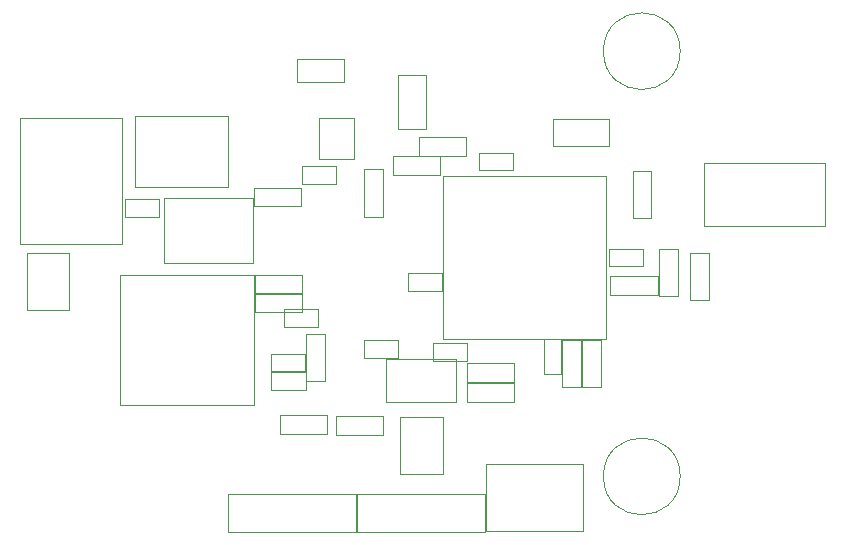
<source format=gbr>
G04 #@! TF.FileFunction,Other,User*
%FSLAX46Y46*%
G04 Gerber Fmt 4.6, Leading zero omitted, Abs format (unit mm)*
G04 Created by KiCad (PCBNEW 4.0.4-stable) date 02/07/17 14:21:35*
%MOMM*%
%LPD*%
G01*
G04 APERTURE LIST*
%ADD10C,0.100000*%
%ADD11C,0.050000*%
G04 APERTURE END LIST*
D10*
D11*
X136890000Y-76825000D02*
X123090000Y-76825000D01*
X136890000Y-90625000D02*
X123090000Y-90625000D01*
X136890000Y-76825000D02*
X136890000Y-90625000D01*
X123090000Y-76825000D02*
X123090000Y-90625000D01*
X97045000Y-77775000D02*
X104945000Y-77775000D01*
X104945000Y-77775000D02*
X104945000Y-71775000D01*
X104945000Y-71775000D02*
X97045000Y-71775000D01*
X97045000Y-71775000D02*
X97045000Y-77775000D01*
X99070000Y-80295000D02*
X96170000Y-80295000D01*
X99070000Y-78795000D02*
X96170000Y-78795000D01*
X99070000Y-80295000D02*
X99070000Y-78795000D01*
X96170000Y-80295000D02*
X96170000Y-78795000D01*
X111145000Y-76005000D02*
X114045000Y-76005000D01*
X111145000Y-77505000D02*
X114045000Y-77505000D01*
X111145000Y-76005000D02*
X111145000Y-77505000D01*
X114045000Y-76005000D02*
X114045000Y-77505000D01*
X119345000Y-72855000D02*
X119345000Y-68255000D01*
X121645000Y-72855000D02*
X121645000Y-68255000D01*
X119345000Y-72855000D02*
X121645000Y-72855000D01*
X119345000Y-68255000D02*
X121645000Y-68255000D01*
X109615000Y-88075000D02*
X112515000Y-88075000D01*
X109615000Y-89575000D02*
X112515000Y-89575000D01*
X109615000Y-88075000D02*
X109615000Y-89575000D01*
X112515000Y-88075000D02*
X112515000Y-89575000D01*
X108575000Y-91855000D02*
X111475000Y-91855000D01*
X108575000Y-93355000D02*
X111475000Y-93355000D01*
X108575000Y-91855000D02*
X108575000Y-93355000D01*
X111475000Y-91855000D02*
X111475000Y-93355000D01*
X108585000Y-93405000D02*
X111485000Y-93405000D01*
X108585000Y-94905000D02*
X111485000Y-94905000D01*
X108585000Y-93405000D02*
X108585000Y-94905000D01*
X111485000Y-93405000D02*
X111485000Y-94905000D01*
X129040000Y-76340000D02*
X126140000Y-76340000D01*
X129040000Y-74840000D02*
X126140000Y-74840000D01*
X129040000Y-76340000D02*
X129040000Y-74840000D01*
X126140000Y-76340000D02*
X126140000Y-74840000D01*
X131635000Y-93535000D02*
X131635000Y-90635000D01*
X133135000Y-93535000D02*
X133135000Y-90635000D01*
X131635000Y-93535000D02*
X133135000Y-93535000D01*
X131635000Y-90635000D02*
X133135000Y-90635000D01*
X120175000Y-85015000D02*
X123075000Y-85015000D01*
X120175000Y-86515000D02*
X123075000Y-86515000D01*
X120175000Y-85015000D02*
X120175000Y-86515000D01*
X123075000Y-85015000D02*
X123075000Y-86515000D01*
X140065000Y-84465000D02*
X137165000Y-84465000D01*
X140065000Y-82965000D02*
X137165000Y-82965000D01*
X140065000Y-84465000D02*
X140065000Y-82965000D01*
X137165000Y-84465000D02*
X137165000Y-82965000D01*
X136495000Y-90665000D02*
X136495000Y-94665000D01*
X134895000Y-90665000D02*
X134895000Y-94665000D01*
X136495000Y-90665000D02*
X134895000Y-90665000D01*
X136495000Y-94665000D02*
X134895000Y-94665000D01*
X143005000Y-83015000D02*
X143005000Y-87015000D01*
X141405000Y-83015000D02*
X141405000Y-87015000D01*
X143005000Y-83015000D02*
X141405000Y-83015000D01*
X143005000Y-87015000D02*
X141405000Y-87015000D01*
X110745000Y-66920000D02*
X114745000Y-66920000D01*
X114745000Y-66920000D02*
X114745000Y-68820000D01*
X110745000Y-68820000D02*
X114745000Y-68820000D01*
X110745000Y-66920000D02*
X110745000Y-68820000D01*
X111075000Y-79395000D02*
X107075000Y-79395000D01*
X111075000Y-77795000D02*
X107075000Y-77795000D01*
X111075000Y-79395000D02*
X111075000Y-77795000D01*
X107075000Y-79395000D02*
X107075000Y-77795000D01*
X116445000Y-80245000D02*
X116445000Y-76245000D01*
X118045000Y-80245000D02*
X118045000Y-76245000D01*
X116445000Y-80245000D02*
X118045000Y-80245000D01*
X116445000Y-76245000D02*
X118045000Y-76245000D01*
X111200000Y-88330000D02*
X107200000Y-88330000D01*
X111200000Y-86730000D02*
X107200000Y-86730000D01*
X111200000Y-88330000D02*
X111200000Y-86730000D01*
X107200000Y-88330000D02*
X107200000Y-86730000D01*
X107200000Y-85180000D02*
X111200000Y-85180000D01*
X107200000Y-86780000D02*
X111200000Y-86780000D01*
X107200000Y-85180000D02*
X107200000Y-86780000D01*
X111200000Y-85180000D02*
X111200000Y-86780000D01*
X111505000Y-94195000D02*
X111505000Y-90195000D01*
X113105000Y-94195000D02*
X113105000Y-90195000D01*
X111505000Y-94195000D02*
X113105000Y-94195000D01*
X111505000Y-90195000D02*
X113105000Y-90195000D01*
X134785000Y-90665000D02*
X134785000Y-94665000D01*
X133185000Y-90665000D02*
X133185000Y-94665000D01*
X134785000Y-90665000D02*
X133185000Y-90665000D01*
X134785000Y-94665000D02*
X133185000Y-94665000D01*
X137295000Y-85320000D02*
X141295000Y-85320000D01*
X137295000Y-86920000D02*
X141295000Y-86920000D01*
X137295000Y-85320000D02*
X137295000Y-86920000D01*
X141295000Y-85320000D02*
X141295000Y-86920000D01*
X129115000Y-95915000D02*
X125115000Y-95915000D01*
X129115000Y-94315000D02*
X125115000Y-94315000D01*
X129115000Y-95915000D02*
X129115000Y-94315000D01*
X125115000Y-95915000D02*
X125115000Y-94315000D01*
X129125000Y-94255000D02*
X125125000Y-94255000D01*
X129125000Y-92655000D02*
X125125000Y-92655000D01*
X129125000Y-94255000D02*
X129125000Y-92655000D01*
X125125000Y-94255000D02*
X125125000Y-92655000D01*
X121065000Y-73485000D02*
X125065000Y-73485000D01*
X121065000Y-75085000D02*
X125065000Y-75085000D01*
X121065000Y-73485000D02*
X121065000Y-75085000D01*
X125065000Y-73485000D02*
X125065000Y-75085000D01*
X118860000Y-75150000D02*
X122860000Y-75150000D01*
X118860000Y-76750000D02*
X122860000Y-76750000D01*
X118860000Y-75150000D02*
X118860000Y-76750000D01*
X122860000Y-75150000D02*
X122860000Y-76750000D01*
X109280000Y-97090000D02*
X113280000Y-97090000D01*
X109280000Y-98690000D02*
X113280000Y-98690000D01*
X109280000Y-97090000D02*
X109280000Y-98690000D01*
X113280000Y-97090000D02*
X113280000Y-98690000D01*
X118050000Y-98700000D02*
X114050000Y-98700000D01*
X118050000Y-97100000D02*
X114050000Y-97100000D01*
X118050000Y-98700000D02*
X118050000Y-97100000D01*
X114050000Y-98700000D02*
X114050000Y-97100000D01*
X106995000Y-84195000D02*
X106995000Y-78695000D01*
X99495000Y-84195000D02*
X99495000Y-78695000D01*
X106995000Y-84195000D02*
X99495000Y-84195000D01*
X106995000Y-78695000D02*
X99495000Y-78695000D01*
X95810000Y-85200000D02*
X95810000Y-96200000D01*
X107110000Y-85200000D02*
X107110000Y-96200000D01*
X95810000Y-85200000D02*
X107110000Y-85200000D01*
X95810000Y-96200000D02*
X107110000Y-96200000D01*
X119490000Y-97210000D02*
X123090000Y-97210000D01*
X119490000Y-102010000D02*
X119490000Y-97210000D01*
X123090000Y-102010000D02*
X119490000Y-102010000D01*
X123090000Y-97210000D02*
X123090000Y-102010000D01*
X91490000Y-88150000D02*
X87890000Y-88150000D01*
X91490000Y-83350000D02*
X91490000Y-88150000D01*
X87890000Y-83350000D02*
X91490000Y-83350000D01*
X87890000Y-88150000D02*
X87890000Y-83350000D01*
X112615000Y-71865000D02*
X112615000Y-75365000D01*
X112615000Y-75365000D02*
X115615000Y-75365000D01*
X115615000Y-75365000D02*
X115615000Y-71865000D01*
X112615000Y-71865000D02*
X115615000Y-71865000D01*
X118330000Y-92310000D02*
X118330000Y-95910000D01*
X124230000Y-92310000D02*
X124230000Y-95910000D01*
X118330000Y-92310000D02*
X124230000Y-92310000D01*
X118330000Y-95910000D02*
X124230000Y-95910000D01*
X95940000Y-82590000D02*
X95940000Y-71890000D01*
X95940000Y-71890000D02*
X87340000Y-71890000D01*
X87340000Y-71890000D02*
X87340000Y-82590000D01*
X87340000Y-82590000D02*
X95940000Y-82590000D01*
X104940000Y-106930000D02*
X115740000Y-106930000D01*
X115740000Y-106930000D02*
X115740000Y-103730000D01*
X115740000Y-103730000D02*
X104940000Y-103730000D01*
X104940000Y-103730000D02*
X104940000Y-106930000D01*
X143200000Y-102245000D02*
G75*
G03X143200000Y-102245000I-3250000J0D01*
G01*
X143200000Y-66245000D02*
G75*
G03X143200000Y-66245000I-3250000J0D01*
G01*
X116440000Y-90710000D02*
X119340000Y-90710000D01*
X116440000Y-92210000D02*
X119340000Y-92210000D01*
X116440000Y-90710000D02*
X116440000Y-92210000D01*
X119340000Y-90710000D02*
X119340000Y-92210000D01*
X125180000Y-92490000D02*
X122280000Y-92490000D01*
X125180000Y-90990000D02*
X122280000Y-90990000D01*
X125180000Y-92490000D02*
X125180000Y-90990000D01*
X122280000Y-92490000D02*
X122280000Y-90990000D01*
X132450000Y-71970000D02*
X137150000Y-71970000D01*
X137150000Y-71970000D02*
X137150000Y-74270000D01*
X137150000Y-74270000D02*
X132450000Y-74270000D01*
X132450000Y-71970000D02*
X132450000Y-74270000D01*
X126760000Y-106880000D02*
X134960000Y-106880000D01*
X134960000Y-106880000D02*
X134960000Y-101180000D01*
X134960000Y-101180000D02*
X126760000Y-101180000D01*
X126760000Y-101180000D02*
X126760000Y-106880000D01*
X115860000Y-106930000D02*
X126660000Y-106930000D01*
X126660000Y-106930000D02*
X126660000Y-103730000D01*
X126660000Y-103730000D02*
X115860000Y-103730000D01*
X115860000Y-103730000D02*
X115860000Y-106930000D01*
X139170000Y-80390000D02*
X139170000Y-76390000D01*
X140770000Y-80390000D02*
X140770000Y-76390000D01*
X139170000Y-80390000D02*
X140770000Y-80390000D01*
X139170000Y-76390000D02*
X140770000Y-76390000D01*
X145630000Y-83310000D02*
X145630000Y-87310000D01*
X144030000Y-83310000D02*
X144030000Y-87310000D01*
X145630000Y-83310000D02*
X144030000Y-83310000D01*
X145630000Y-87310000D02*
X144030000Y-87310000D01*
X155460000Y-75730000D02*
X145210000Y-75730000D01*
X155460000Y-75730000D02*
X155460000Y-81080000D01*
X155460000Y-81080000D02*
X145210000Y-81080000D01*
X145210000Y-75730000D02*
X145210000Y-81080000D01*
M02*

</source>
